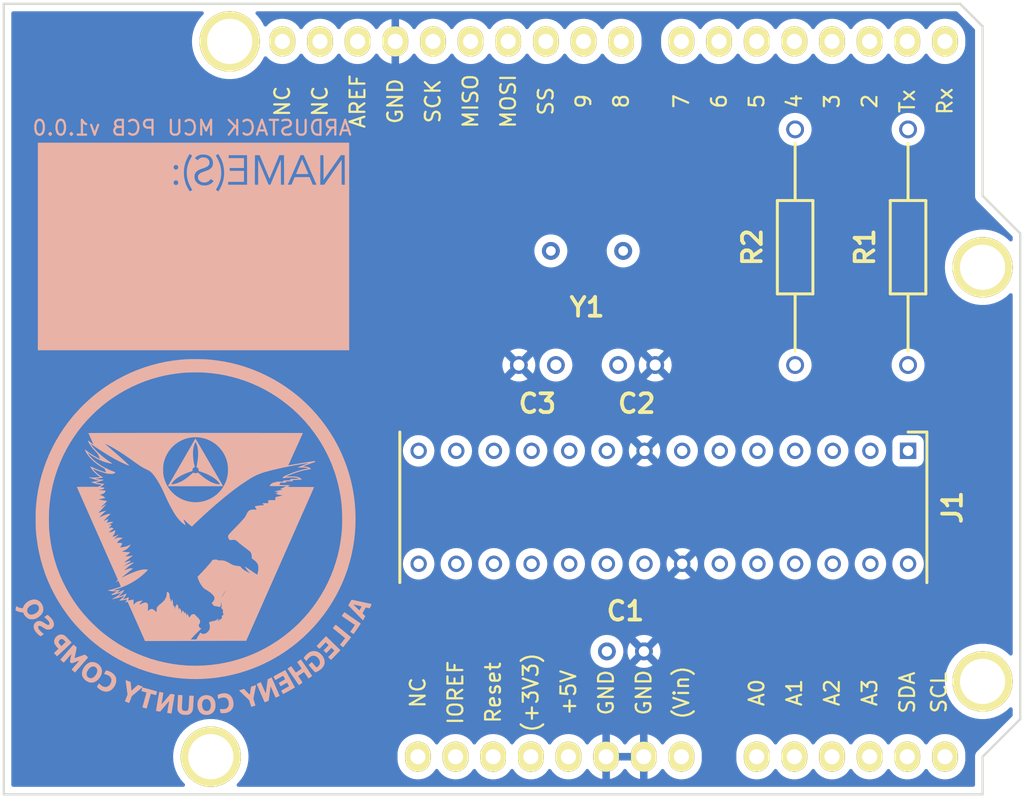
<source format=kicad_pcb>
(kicad_pcb (version 20211014) (generator pcbnew)
  (title_block (date "lun. 30 mars 2015"))
  (layers (0 "F.Cu" signal) (31 "B.Cu" signal) (34 "B.Paste" user) (35 "F.Paste" user) (36 "B.SilkS" user "B.Silkscreen") (37 "F.SilkS" user "F.Silkscreen") (38 "B.Mask" user) (39 "F.Mask" user) (44 "Edge.Cuts" user))
  (net 0 "")
  (net 1 "/Reset")
  (net 2 "+5V")
  (net 3 "GND")
  (net 4 "/Vin")
  (net 5 "/A0")
  (net 6 "/A1")
  (net 7 "/A2")
  (net 8 "/A3")
  (net 9 "/AREF")
  (net 10 "/A4(SDA)")
  (net 11 "/A5(SCL)")
  (net 12 "/9(**)")
  (net 13 "/8")
  (net 14 "/7")
  (net 15 "/6(**)")
  (net 16 "/5(**)")
  (net 17 "/4")
  (net 18 "/3(**)")
  (net 19 "/2")
  (net 20 "/1(Tx)")
  (net 21 "/0(Rx)")
  (net 22 "Net-(J1-Pad2)")
  (net 23 "Net-(J1-Pad3)")
  (net 24 "/CLK1")
  (net 25 "/CLK2")
  (net 26 "/13(SCK)")
  (net 27 "/10(**{slash}SS)")
  (net 28 "/11(**{slash}MOSI)")
  (net 29 "+3V3")
  (net 30 "/12(MISO)")
  (footprint "Socket_Arduino_Uno:Socket_Strip_Arduino_1x08" (layer "F.Cu") (at 138.938 123.825)
    (fp_text reference "P1" hide)
    (fp_text value "Power" hide)
    (pad "1" thru_hole oval locked (at 0 0) (size 1.7272 2.032) (drill 1.016) (layers *.Cu *.Mask "F.SilkS"))
    (pad "2" thru_hole oval locked (at 2.54 0) (size 1.7272 2.032) (drill 1.016) (layers *.Cu *.Mask "F.SilkS") (net 2 "+5V"))
    (pad "3" thru_hole oval locked (at 5.08 0) (size 1.7272 2.032) (drill 1.016) (layers *.Cu *.Mask "F.SilkS") (net 1 "/Reset"))
    (pad "4" thru_hole oval locked (at 7.62 0) (size 1.7272 2.032) (drill 1.016) (layers *.Cu *.Mask "F.SilkS") (net 29 "+3V3"))
    (pad "5" thru_hole oval locked (at 10.16 0) (size 1.7272 2.032) (drill 1.016) (layers *.Cu *.Mask "F.SilkS") (net 2 "+5V"))
    (pad "6" thru_hole oval locked (at 12.7 0) (size 1.7272 2.032) (drill 1.016) (layers *.Cu *.Mask "F.SilkS") (net 3 "GND"))
    (pad "7" thru_hole oval locked (at 15.24 0) (size 1.7272 2.032) (drill 1.016) (layers *.Cu *.Mask "F.SilkS") (net 3 "GND"))
    (pad "8" thru_hole oval locked (at 17.78 0) (size 1.7272 2.032) (drill 1.016) (layers *.Cu *.Mask "F.SilkS") (net 4 "/Vin"))
  )
  (footprint "Socket_Arduino_Uno:Socket_Strip_Arduino_1x06" (layer "F.Cu") (at 161.798 123.825)
    (fp_text reference "P2" hide)
    (fp_text value "Analog" hide)
    (pad "1" thru_hole oval locked (at 0 0) (size 1.7272 2.032) (drill 1.016) (layers *.Cu *.Mask "F.SilkS") (net 5 "/A0"))
    (pad "2" thru_hole oval locked (at 2.54 0) (size 1.7272 2.032) (drill 1.016) (layers *.Cu *.Mask "F.SilkS") (net 6 "/A1"))
    (pad "3" thru_hole oval locked (at 5.08 0) (size 1.7272 2.032) (drill 1.016) (layers *.Cu *.Mask "F.SilkS") (net 7 "/A2"))
    (pad "4" thru_hole oval locked (at 7.62 0) (size 1.7272 2.032) (drill 1.016) (layers *.Cu *.Mask "F.SilkS") (net 8 "/A3"))
    (pad "5" thru_hole oval locked (at 10.16 0) (size 1.7272 2.032) (drill 1.016) (layers *.Cu *.Mask "F.SilkS") (net 10 "/A4(SDA)"))
    (pad "6" thru_hole oval locked (at 12.7 0) (size 1.7272 2.032) (drill 1.016) (layers *.Cu *.Mask "F.SilkS") (net 11 "/A5(SCL)"))
  )
  (footprint "Socket_Arduino_Uno:Socket_Strip_Arduino_1x10" (layer "F.Cu") (at 129.794 75.565)
    (fp_text reference "P3" hide)
    (fp_text value "Digital" hide)
    (pad "1" thru_hole oval locked (at 0 0) (size 1.7272 2.032) (drill 1.016) (layers *.Cu *.Mask "F.SilkS"))
    (pad "2" thru_hole oval locked (at 2.54 0) (size 1.7272 2.032) (drill 1.016) (layers *.Cu *.Mask "F.SilkS"))
    (pad "3" thru_hole oval locked (at 5.08 0) (size 1.7272 2.032) (drill 1.016) (layers *.Cu *.Mask "F.SilkS") (net 9 "/AREF"))
    (pad "4" thru_hole oval locked (at 7.62 0) (size 1.7272 2.032) (drill 1.016) (layers *.Cu *.Mask "F.SilkS") (net 3 "GND"))
    (pad "5" thru_hole oval locked (at 10.16 0) (size 1.7272 2.032) (drill 1.016) (layers *.Cu *.Mask "F.SilkS") (net 26 "/13(SCK)"))
    (pad "6" thru_hole oval locked (at 12.7 0) (size 1.7272 2.032) (drill 1.016) (layers *.Cu *.Mask "F.SilkS") (net 30 "/12(MISO)"))
    (pad "7" thru_hole oval locked (at 15.24 0) (size 1.7272 2.032) (drill 1.016) (layers *.Cu *.Mask "F.SilkS") (net 28 "/11(**{slash}MOSI)"))
    (pad "8" thru_hole oval locked (at 17.78 0) (size 1.7272 2.032) (drill 1.016) (layers *.Cu *.Mask "F.SilkS") (net 27 "/10(**{slash}SS)"))
    (pad "9" thru_hole oval locked (at 20.32 0) (size 1.7272 2.032) (drill 1.016) (layers *.Cu *.Mask "F.SilkS") (net 12 "/9(**)"))
    (pad "10" thru_hole oval locked (at 22.86 0) (size 1.7272 2.032) (drill 1.016) (layers *.Cu *.Mask "F.SilkS") (net 13 "/8"))
  )
  (footprint "Socket_Arduino_Uno:Socket_Strip_Arduino_1x08" (layer "F.Cu") (at 156.718 75.565)
    (fp_text reference "P4" hide)
    (fp_text value "Digital" hide)
    (pad "1" thru_hole oval locked (at 0 0) (size 1.7272 2.032) (drill 1.016) (layers *.Cu *.Mask "F.SilkS") (net 14 "/7"))
    (pad "2" thru_hole oval locked (at 2.54 0) (size 1.7272 2.032) (drill 1.016) (layers *.Cu *.Mask "F.SilkS") (net 15 "/6(**)"))
    (pad "3" thru_hole oval locked (at 5.08 0) (size 1.7272 2.032) (drill 1.016) (layers *.Cu *.Mask "F.SilkS") (net 16 "/5(**)"))
    (pad "4" thru_hole oval locked (at 7.62 0) (size 1.7272 2.032) (drill 1.016) (layers *.Cu *.Mask "F.SilkS") (net 17 "/4"))
    (pad "5" thru_hole oval locked (at 10.16 0) (size 1.7272 2.032) (drill 1.016) (layers *.Cu *.Mask "F.SilkS") (net 18 "/3(**)"))
    (pad "6" thru_hole oval locked (at 12.7 0) (size 1.7272 2.032) (drill 1.016) (layers *.Cu *.Mask "F.SilkS") (net 19 "/2"))
    (pad "7" thru_hole oval locked (at 15.24 0) (size 1.7272 2.032) (drill 1.016) (layers *.Cu *.Mask "F.SilkS") (net 20 "/1(Tx)"))
    (pad "8" thru_hole oval locked (at 17.78 0) (size 1.7272 2.032) (drill 1.016) (layers *.Cu *.Mask "F.SilkS") (net 21 "/0(Rx)"))
  )
  (footprint "Socket_Arduino_Uno:Arduino_1pin" (layer "F.Cu") (at 124.968 123.825)
    (fp_text reference "P5" hide)
    (fp_text value "CONN_01X01" hide)
    (pad "1" thru_hole circle locked (at 0 0) (size 4.064 4.064) (drill 3.048) (layers *.Cu *.Mask "F.SilkS"))
  )
  (footprint "Socket_Arduino_Uno:Arduino_1pin" (layer "F.Cu") (at 177.038 118.745)
    (fp_text reference "P6" hide)
    (fp_text value "CONN_01X01" hide)
    (pad "1" thru_hole circle locked (at 0 0) (size 4.064 4.064) (drill 3.048) (layers *.Cu *.Mask "F.SilkS"))
  )
  (footprint "Socket_Arduino_Uno:Arduino_1pin" (layer "F.Cu") (at 126.238 75.565)
    (fp_text reference "P7" hide)
    (fp_text value "CONN_01X01" hide)
    (pad "1" thru_hole circle locked (at 0 0) (size 4.064 4.064) (drill 3.048) (layers *.Cu *.Mask "F.SilkS"))
  )
  (footprint "Socket_Arduino_Uno:Arduino_1pin" (layer "F.Cu") (at 177.038 90.805)
    (fp_text reference "P8" hide)
    (fp_text value "CONN_01X01" hide)
    (pad "1" thru_hole circle locked (at 0 0) (size 4.064 4.064) (drill 3.048) (layers *.Cu *.Mask "F.SilkS"))
  )
  (footprint "ardustack-mcu:RESAD1590W60L630D240" (layer "F.Cu") (at 172.01 89.45 90)
    (fp_text reference "R1" (at 0 -2.91 90) (layer "F.SilkS") (effects (font (size 1.27 1.27) (thickness 0.254))))
    (fp_text value "CFR-25JR-52-10K" hide)
    (pad "1" thru_hole circle (at -7.95 0 90) (size 1.2 1.2) (drill 0.8) (layers *.Cu *.Mask) (net 22 "Net-(J1-Pad2)"))
    (pad "2" thru_hole circle (at 7.95 0 90) (size 1.2 1.2) (drill 0.8) (layers *.Cu *.Mask) (net 21 "/0(Rx)"))
  )
  (footprint "ardustack-mcu:RESAD1590W60L630D240" (layer "F.Cu") (at 164.39 89.45 90)
    (fp_text reference "R2" (at 0 -2.89 90) (layer "F.SilkS") (effects (font (size 1.27 1.27) (thickness 0.254))))
    (fp_text value "CFR-25JR-52-10K" hide)
    (pad "1" thru_hole circle (at -7.95 0 90) (size 1.2 1.2) (drill 0.8) (layers *.Cu *.Mask) (net 23 "Net-(J1-Pad3)"))
    (pad "2" thru_hole circle (at 7.95 0 90) (size 1.2 1.2) (drill 0.8) (layers *.Cu *.Mask) (net 20 "/1(Tx)"))
  )
  (footprint "ardustack-mcu:DIPS1524W51P254L3556H457Q28N" (layer "F.Cu") (at 155.5 107 -90)
    (fp_text reference "J1" (at 0 -19.5 90) (layer "F.SilkS") (effects (font (size 1.27 1.27) (thickness 0.254))))
    (fp_text value "1-2199298-9" hide)
    (pad "1" thru_hole rect (at -3.81 -16.51 270) (size 1.1 1.1) (drill 0.7) (layers *.Cu *.Mask) (net 1 "/Reset"))
    (pad "2" thru_hole circle (at -3.81 -13.97 270) (size 1.1 1.1) (drill 0.7) (layers *.Cu *.Mask) (net 22 "Net-(J1-Pad2)"))
    (pad "3" thru_hole circle (at -3.81 -11.43 270) (size 1.1 1.1) (drill 0.7) (layers *.Cu *.Mask) (net 23 "Net-(J1-Pad3)"))
    (pad "4" thru_hole circle (at -3.81 -8.89 270) (size 1.1 1.1) (drill 0.7) (layers *.Cu *.Mask) (net 19 "/2"))
    (pad "5" thru_hole circle (at -3.81 -6.35 270) (size 1.1 1.1) (drill 0.7) (layers *.Cu *.Mask) (net 18 "/3(**)"))
    (pad "6" thru_hole circle (at -3.81 -3.81 270) (size 1.1 1.1) (drill 0.7) (layers *.Cu *.Mask) (net 17 "/4"))
    (pad "7" thru_hole circle (at -3.81 -1.27 270) (size 1.1 1.1) (drill 0.7) (layers *.Cu *.Mask) (net 2 "+5V"))
    (pad "8" thru_hole circle (at -3.81 1.27 270) (size 1.1 1.1) (drill 0.7) (layers *.Cu *.Mask) (net 3 "GND"))
    (pad "9" thru_hole circle (at -3.81 3.81 270) (size 1.1 1.1) (drill 0.7) (layers *.Cu *.Mask) (net 24 "/CLK1"))
    (pad "10" thru_hole circle (at -3.81 6.35 270) (size 1.1 1.1) (drill 0.7) (layers *.Cu *.Mask) (net 25 "/CLK2"))
    (pad "11" thru_hole circle (at -3.81 8.89 270) (size 1.1 1.1) (drill 0.7) (layers *.Cu *.Mask) (net 16 "/5(**)"))
    (pad "12" thru_hole circle (at -3.81 11.43 270) (size 1.1 1.1) (drill 0.7) (layers *.Cu *.Mask) (net 15 "/6(**)"))
    (pad "13" thru_hole circle (at -3.81 13.97 270) (size 1.1 1.1) (drill 0.7) (layers *.Cu *.Mask) (net 14 "/7"))
    (pad "14" thru_hole circle (at -3.81 16.51 270) (size 1.1 1.1) (drill 0.7) (layers *.Cu *.Mask) (net 13 "/8"))
    (pad "15" thru_hole circle (at 3.81 16.51 270) (size 1.1 1.1) (drill 0.7) (layers *.Cu *.Mask) (net 12 "/9(**)"))
    (pad "16" thru_hole circle (at 3.81 13.97 270) (size 1.1 1.1) (drill 0.7) (layers *.Cu *.Mask) (net 27 "/10(**{slash}SS)"))
    (pad "17" thru_hole circle (at 3.81 11.43 270) (size 1.1 1.1) (drill 0.7) (layers *.Cu *.Mask) (net 28 "/11(**{slash}MOSI)"))
    (pad "18" thru_hole circle (at 3.81 8.89 270) (size 1.1 1.1) (drill 0.7) (layers *.Cu *.Mask) (net 30 "/12(MISO)"))
    (pad "19" thru_hole circle (at 3.81 6.35 270) (size 1.1 1.1) (drill 0.7) (layers *.Cu *.Mask) (net 26 "/13(SCK)"))
    (pad "20" thru_hole circle (at 3.81 3.81 270) (size 1.1 1.1) (drill 0.7) (layers *.Cu *.Mask) (net 2 "+5V"))
    (pad "21" thru_hole circle (at 3.81 1.27 270) (size 1.1 1.1) (drill 0.7) (layers *.Cu *.Mask) (net 9 "/AREF"))
    (pad "22" thru_hole circle (at 3.81 -1.27 270) (size 1.1 1.1) (drill 0.7) (layers *.Cu *.Mask) (net 3 "GND"))
    (pad "23" thru_hole circle (at 3.81 -3.81 270) (size 1.1 1.1) (drill 0.7) (layers *.Cu *.Mask) (net 5 "/A0"))
    (pad "24" thru_hole circle (at 3.81 -6.35 270) (size 1.1 1.1) (drill 0.7) (layers *.Cu *.Mask) (net 6 "/A1"))
    (pad "25" thru_hole circle (at 3.81 -8.89 270) (size 1.1 1.1) (drill 0.7) (layers *.Cu *.Mask) (net 7 "/A2"))
    (pad "26" thru_hole circle (at 3.81 -11.43 270) (size 1.1 1.1) (drill 0.7) (layers *.Cu *.Mask) (net 8 "/A3"))
    (pad "27" thru_hole circle (at 3.81 -13.97 270) (size 1.1 1.1) (drill 0.7) (layers *.Cu *.Mask) (net 10 "/A4(SDA)"))
    (pad "28" thru_hole circle (at 3.81 -16.51 270) (size 1.1 1.1) (drill 0.7) (layers *.Cu *.Mask) (net 11 "/A5(SCL)"))
  )
  (footprint "ardustack-mcu:K220J15C0GF5TL2" (layer "F.Cu") (at 147 97.4 180)
    (fp_text reference "C3" (at 0 -2.6) (layer "F.SilkS") (effects (font (size 1.27 1.27) (thickness 0.254))))
    (fp_text value "K220J15C0GF5TL2" hide)
    (pad "1" thru_hole circle (at -1.25 0 180) (size 1.2 1.2) (drill 0.75) (layers *.Cu *.Mask) (net 25 "/CLK2"))
    (pad "2" thru_hole circle (at 1.25 0 180) (size 1.2 1.2) (drill 0.75) (layers *.Cu *.Mask) (net 3 "GND"))
  )
  (footprint "ardustack-mcu:K220J15C0GF5TL2" (layer "F.Cu") (at 153.7 97.4)
    (fp_text reference "C2" (at 0 2.6) (layer "F.SilkS") (effects (font (size 1.27 1.27) (thickness 0.254))))
    (fp_text value "K220J15C0GF5TL2" hide)
    (pad "1" thru_hole circle (at -1.25 0) (size 1.2 1.2) (drill 0.75) (layers *.Cu *.Mask) (net 24 "/CLK1"))
    (pad "2" thru_hole circle (at 1.25 0) (size 1.2 1.2) (drill 0.75) (layers *.Cu *.Mask) (net 3 "GND"))
  )
  (footprint "ardustack-mcu:ABL16000MHZB2" (layer "F.Cu") (at 150.35 89.7 180)
    (fp_text reference "Y1" (at 0 -3.8) (layer "F.SilkS") (effects (font (size 1.27 1.27) (thickness 0.254))))
    (fp_text value "ABL-16.000MHZ-B2" hide)
    (pad "1" thru_hole circle (at -2.44 0 180) (size 1.205 1.205) (drill 0.657) (layers *.Cu *.Mask) (net 24 "/CLK1"))
    (pad "2" thru_hole circle (at 2.44 0 180) (size 1.205 1.205) (drill 0.657) (layers *.Cu *.Mask) (net 25 "/CLK2"))
  )
  (footprint "ardustack-mcu:K105Z20Y5VF5TL2" (layer "F.Cu") (at 152.94 116.72)
    (fp_text reference "C1" (at 0 -2.72) (layer "F.SilkS") (effects (font (size 1.27 1.27) (thickness 0.254))))
    (fp_text value "K105Z20Y5VF5TL2" hide)
    (pad "1" thru_hole circle (at -1.25 0) (size 1.2 1.2) (drill 0.7) (layers *.Cu *.Mask) (net 2 "+5V"))
    (pad "2" thru_hole circle (at 1.25 0) (size 1.2 1.2) (drill 0.7) (layers *.Cu *.Mask) (net 3 "GND"))
  )
  (footprint "ardustack-mcu:emblem" (layer "B.Cu") (at 123.8 109 180)
    (fp_text reference "G***" hide)
    (fp_text value "LOGO" hide)
  )
  (footprint "ardustack-mcu:name_plate" (layer "B.Cu") (at 123.8 89.4 180)
    (fp_text reference "G***" hide)
    (fp_text value "LOGO" hide)
  )
  (gr_line (start 179.578 88.519) (end 177.038 85.979) (layer "Edge.Cuts") (width 0.15))
  (gr_line (start 177.038 126.365) (end 177.038 123.825) (layer "Edge.Cuts") (width 0.15))
  (gr_line (start 177.038 74.549) (end 175.514 73.025) (layer "Edge.Cuts") (width 0.15))
  (gr_line (start 177.038 123.825) (end 179.578 121.285) (layer "Edge.Cuts") (width 0.15))
  (gr_line (start 110.998 73.025) (end 110.998 126.365) (layer "Edge.Cuts") (width 0.15))
  (gr_line (start 179.578 121.285) (end 179.578 88.519) (layer "Edge.Cuts") (width 0.15))
  (gr_line (start 110.998 126.365) (end 177.038 126.365) (layer "Edge.Cuts") (width 0.15))
  (gr_line (start 175.514 73.025) (end 110.998 73.025) (layer "Edge.Cuts") (width 0.15))
  (gr_line (start 177.038 85.979) (end 177.038 74.549) (layer "Edge.Cuts") (width 0.15))
  (gr_text "ARDUSTACK MCU PCB v1.0.0" (at 123.7 81.4) (layer "B.SilkS") (effects (font (size 1 1)) (justify mirror)))
  (gr_text "4" (at 164.338 79.6 90) (layer "F.SilkS") (effects (font (size 1 1))))
  (gr_text "NC" (at 129.794 79.6 90) (layer "F.SilkS") (effects (font (size 1 1))))
  (gr_text "GND" (at 154.178 119.5 90) (layer "F.SilkS") (effects (font (size 1 1))))
  (gr_text "AREF" (at 134.874 79.6 90) (layer "F.SilkS") (effects (font (size 1 1))))
  (gr_text "+5V" (at 149.098 119.5 90) (layer "F.SilkS") (effects (font (size 1 1))))
  (gr_text "SCL" (at 174.098 119.5 90) (layer "F.SilkS") (effects (font (size 1 1))))
  (gr_text "6" (at 159.258 79.6 90) (layer "F.SilkS") (effects (font (size 1 1))))
  (gr_text "GND" (at 151.638 119.5 90) (layer "F.SilkS") (effects (font (size 1 1))))
  (gr_text "Rx" (at 174.498 79.6 90) (layer "F.SilkS") (effects (font (size 1 1))))
  (gr_text "IOREF" (at 141.478 119.5 90) (layer "F.SilkS") (effects (font (size 1 1))))
  (gr_text "(+3V3)" (at 146.558 119.5 90) (layer "F.SilkS") (effects (font (size 1 1))))
  (gr_text "MOSI" (at 145.034 79.6 90) (layer "F.SilkS") (effects (font (size 1 1))))
  (gr_text "(Vin)" (at 156.718 119.5 90) (layer "F.SilkS") (effects (font (size 1 1))))
  (gr_text "NC" (at 132.334 79.6 90) (layer "F.SilkS") (effects (font (size 1 1))))
  (gr_text "5" (at 161.798 79.6 90) (layer "F.SilkS") (effects (font (size 1 1))))
  (gr_text "SDA" (at 171.958 119.5 90) (layer "F.SilkS") (effects (font (size 1 1))))
  (gr_text "A2" (at 166.878 119.5 90) (layer "F.SilkS") (effects (font (size 1 1))))
  (gr_text "A0" (at 161.798 119.5 90) (layer "F.SilkS") (effects (font (size 1 1))))
  (gr_text "Tx" (at 171.958 79.6 90) (layer "F.SilkS") (effects (font (size 1 1))))
  (gr_text "8" (at 152.654 79.6 90) (layer "F.SilkS") (effects (font (size 1 1))))
  (gr_text "MISO" (at 142.494 79.6 90) (layer "F.SilkS") (effects (font (size 1 1))))
  (gr_text "SS" (at 147.574 79.6 90) (layer "F.SilkS") (effects (font (size 1 1))))
  (gr_text "NC" (at 138.938 119.5 90) (layer "F.SilkS") (effects (font (size 1 1))))
  (gr_text "A1" (at 164.338 119.5 90) (layer "F.SilkS") (effects (font (size 1 1))))
  (gr_text "9" (at 150.114 79.6 90) (layer "F.SilkS") (effects (font (size 1 1))))
  (gr_text "Reset" (at 144.018 119.5 90) (layer "F.SilkS") (effects (font (size 1 1))))
  (gr_text "3" (at 166.878 79.6 90) (layer "F.SilkS") (effects (font (size 1 1))))
  (gr_text "GND" (at 137.414 79.6 90) (layer "F.SilkS") (effects (font (size 1 1))))
  (gr_text "SCK" (at 139.954 79.6 90) (layer "F.SilkS") (effects (font (size 1 1))))
  (gr_text "A3" (at 169.418 119.5 90) (layer "F.SilkS") (effects (font (size 1 1))))
  (gr_text "7" (at 156.718 79.6 90) (layer "F.SilkS") (effects (font (size 1 1))))
  (gr_text "2" (at 169.418 79.6 90) (layer "F.SilkS") (effects (font (size 1 1))))
  (zone (net 3) (net_name "GND") (layer "B.Cu") (connect_pads (clearance 0.508)) (min_thickness 0.254) (fill yes (thermal_gap 0.508) (thermal_bridge_width 0.508))
    (polygon (pts (xy 179.832 126.619) (xy 110.744 126.619) (xy 110.744 72.771) (xy 179.832 72.771)))
  )
)
</source>
